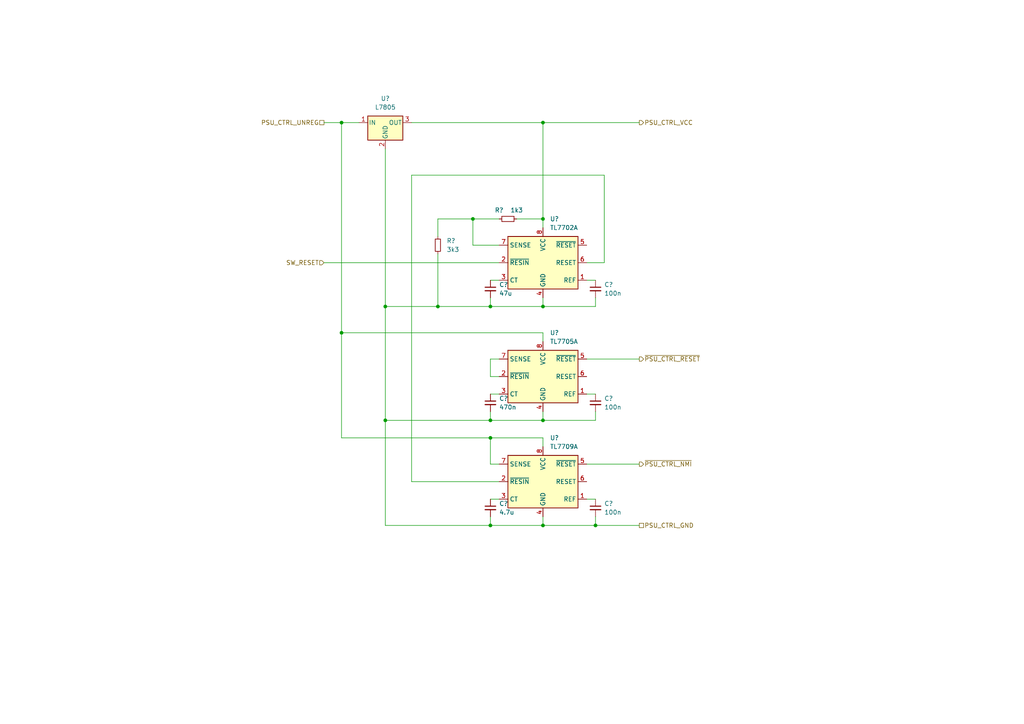
<source format=kicad_sch>
(kicad_sch (version 20211123) (generator eeschema)
  (paper "A4")
  (lib_symbols
    (symbol "Device:C_Small" (pin_numbers hide) (pin_names (offset 0.254) hide)
      (property "Reference" "C" (at 0.254 1.778 0))
      (property "Value" "C_Small" (at 0.254 -2.032 0))
      (symbol "C_Small_0_1"
        (polyline (pts (xy -1.524 -0.508) (xy 1.524 -0.508)) (stroke (width 0.3302)))
        (polyline (pts (xy -1.524 0.508) (xy 1.524 0.508)) (stroke (width 0.3048)))
      )
      (symbol "C_Small_1_1"
        (pin passive line (at 0 2.54 270) (length 2.032) (name "~") (number "1"))
        (pin passive line (at 0 -2.54 90) (length 2.032) (name "~") (number "2"))
      )
    )
    (symbol "Device:R_Small" (pin_numbers hide) (pin_names (offset 0.254) hide)
      (property "Reference" "R" (at 0.762 0.508 0))
      (property "Value" "R_Small" (at 0.762 -1.016 0))
      (symbol "R_Small_0_1"
        (rectangle (start -0.762 1.778) (end 0.762 -1.778) (stroke (width 0.2032)))
      )
      (symbol "R_Small_1_1"
        (pin passive line (at 0 2.54 270) (length 0.762) (name "~") (number "1"))
        (pin passive line (at 0 -2.54 90) (length 0.762) (name "~") (number "2"))
      )
    )
    (symbol "Power_Supervisor:TL7702A"
      (property "Reference" "U" (at -8.89 8.89 0))
      (property "Value" "TL7702A" (at 10.16 8.89 0))
      (symbol "TL7702A_0_1"
        (rectangle (start -10.16 7.62) (end 10.16 -7.62) (stroke (width 0.254)) (fill (type background)))
      )
      (symbol "TL7702A_1_1"
        (pin output line (at 12.7 -5.08 180) (length 2.54) (name "REF") (number "1"))
        (pin input line (at -12.7 0 0) (length 2.54) (name "~{RESIN}") (number "2"))
        (pin passive line (at -12.7 -5.08 0) (length 2.54) (name "CT") (number "3"))
        (pin power_in line (at 0 -10.16 90) (length 2.54) (name "GND") (number "4"))
        (pin open_collector line (at 12.7 5.08 180) (length 2.54) (name "~{RESET}") (number "5"))
        (pin open_collector line (at 12.7 0 180) (length 2.54) (name "RESET") (number "6"))
        (pin input line (at -12.7 5.08 0) (length 2.54) (name "SENSE") (number "7"))
        (pin power_in line (at 0 10.16 270) (length 2.54) (name "VCC") (number "8"))
      )
    )
    (symbol "Power_Supervisor:TL7705A"
      (property "Reference" "U" (at -8.89 8.89 0))
      (property "Value" "TL7705A" (at 10.16 8.89 0))
      (symbol "TL7705A_0_1"
        (rectangle (start -10.16 7.62) (end 10.16 -7.62) (stroke (width 0.254)) (fill (type background)))
      )
      (symbol "TL7705A_1_1"
        (pin output line (at 12.7 -5.08 180) (length 2.54) (name "REF") (number "1"))
        (pin input line (at -12.7 0 0) (length 2.54) (name "~{RESIN}") (number "2"))
        (pin passive line (at -12.7 -5.08 0) (length 2.54) (name "CT") (number "3"))
        (pin power_in line (at 0 -10.16 90) (length 2.54) (name "GND") (number "4"))
        (pin open_collector line (at 12.7 5.08 180) (length 2.54) (name "~{RESET}") (number "5"))
        (pin open_collector line (at 12.7 0 180) (length 2.54) (name "RESET") (number "6"))
        (pin input line (at -12.7 5.08 0) (length 2.54) (name "SENSE") (number "7"))
        (pin power_in line (at 0 10.16 270) (length 2.54) (name "VCC") (number "8"))
      )
    )
    (symbol "Power_Supervisor:TL7709A"
      (property "Reference" "U" (at -8.89 8.89 0))
      (property "Value" "TL7709A" (at 10.16 8.89 0))
      (symbol "TL7709A_0_1"
        (rectangle (start -10.16 7.62) (end 10.16 -7.62) (stroke (width 0.254)) (fill (type background)))
      )
      (symbol "TL7709A_1_1"
        (pin output line (at 12.7 -5.08 180) (length 2.54) (name "REF") (number "1"))
        (pin input line (at -12.7 0 0) (length 2.54) (name "~{RESIN}") (number "2"))
        (pin passive line (at -12.7 -5.08 0) (length 2.54) (name "CT") (number "3"))
        (pin power_in line (at 0 -10.16 90) (length 2.54) (name "GND") (number "4"))
        (pin open_collector line (at 12.7 5.08 180) (length 2.54) (name "~{RESET}") (number "5"))
        (pin open_collector line (at 12.7 0 180) (length 2.54) (name "RESET") (number "6"))
        (pin input line (at -12.7 5.08 0) (length 2.54) (name "SENSE") (number "7"))
        (pin power_in line (at 0 10.16 270) (length 2.54) (name "VCC") (number "8"))
      )
    )
    (symbol "Regulator_Linear:L7805" (pin_names (offset 0.254))
      (property "Reference" "U" (at -3.81 3.175 0))
      (property "Value" "L7805" (at 0 3.175 0))
      (symbol "L7805_0_1"
        (rectangle (start -5.08 1.905) (end 5.08 -5.08) (stroke (width 0.254)) (fill (type background)))
      )
      (symbol "L7805_1_1"
        (pin power_in line (at -7.62 0 0) (length 2.54) (name "IN") (number "1"))
        (pin power_in line (at 0 -7.62 90) (length 2.54) (name "GND") (number "2"))
        (pin power_out line (at 7.62 0 180) (length 2.54) (name "OUT") (number "3"))
      )
    )
  )
  (junction (at 99.06 96.52))
  (junction (at 157.48 88.9))
  (junction (at 172.72 152.4))
  (junction (at 111.76 88.9))
  (junction (at 142.24 152.4))
  (junction (at 157.48 152.4))
  (junction (at 127 88.9))
  (junction (at 157.48 35.56))
  (junction (at 137.16 63.5))
  (junction (at 142.24 88.9))
  (junction (at 111.76 121.92))
  (junction (at 142.24 121.92))
  (junction (at 99.06 35.56))
  (junction (at 157.48 63.5))
  (junction (at 142.24 127))
  (junction (at 157.48 121.92))
  (wire (pts (xy 157.48 35.56) (xy 185.42 35.56)))
  (wire (pts (xy 142.24 152.4) (xy 157.48 152.4)))
  (wire (pts (xy 144.78 104.14) (xy 142.24 104.14)))
  (wire (pts (xy 142.24 114.3) (xy 144.78 114.3)))
  (wire (pts (xy 142.24 86.36) (xy 142.24 88.9)))
  (wire (pts (xy 111.76 88.9) (xy 127 88.9)))
  (wire (pts (xy 99.06 35.56) (xy 93.98 35.56)))
  (wire (pts (xy 142.24 121.92) (xy 157.48 121.92)))
  (wire (pts (xy 99.06 96.52) (xy 157.48 96.52)))
  (wire (pts (xy 104.14 35.56) (xy 99.06 35.56)))
  (wire (pts (xy 119.38 50.8) (xy 119.38 139.7)))
  (wire (pts (xy 142.24 127) (xy 157.48 127)))
  (wire (pts (xy 142.24 119.38) (xy 142.24 121.92)))
  (wire (pts (xy 142.24 104.14) (xy 142.24 109.22)))
  (wire (pts (xy 157.48 127) (xy 157.48 129.54)))
  (wire (pts (xy 99.06 127) (xy 142.24 127)))
  (wire (pts (xy 137.16 63.5) (xy 127 63.5)))
  (wire (pts (xy 119.38 35.56) (xy 157.48 35.56)))
  (wire (pts (xy 127 88.9) (xy 142.24 88.9)))
  (wire (pts (xy 142.24 149.86) (xy 142.24 152.4)))
  (wire (pts (xy 157.48 149.86) (xy 157.48 152.4)))
  (wire (pts (xy 170.18 144.78) (xy 172.72 144.78)))
  (wire (pts (xy 185.42 152.4) (xy 172.72 152.4)))
  (wire (pts (xy 172.72 152.4) (xy 157.48 152.4)))
  (wire (pts (xy 185.42 104.14) (xy 170.18 104.14)))
  (wire (pts (xy 111.76 121.92) (xy 111.76 152.4)))
  (wire (pts (xy 127 73.66) (xy 127 88.9)))
  (wire (pts (xy 149.86 63.5) (xy 157.48 63.5)))
  (wire (pts (xy 119.38 139.7) (xy 144.78 139.7)))
  (wire (pts (xy 142.24 109.22) (xy 144.78 109.22)))
  (wire (pts (xy 111.76 88.9) (xy 111.76 121.92)))
  (wire (pts (xy 144.78 71.12) (xy 137.16 71.12)))
  (wire (pts (xy 157.48 66.04) (xy 157.48 63.5)))
  (wire (pts (xy 142.24 88.9) (xy 157.48 88.9)))
  (wire (pts (xy 93.98 76.2) (xy 144.78 76.2)))
  (wire (pts (xy 172.72 86.36) (xy 172.72 88.9)))
  (wire (pts (xy 170.18 114.3) (xy 172.72 114.3)))
  (wire (pts (xy 144.78 134.62) (xy 142.24 134.62)))
  (wire (pts (xy 170.18 81.28) (xy 172.72 81.28)))
  (wire (pts (xy 157.48 86.36) (xy 157.48 88.9)))
  (wire (pts (xy 144.78 63.5) (xy 137.16 63.5)))
  (wire (pts (xy 99.06 35.56) (xy 99.06 96.52)))
  (wire (pts (xy 172.72 88.9) (xy 157.48 88.9)))
  (wire (pts (xy 157.48 35.56) (xy 157.48 63.5)))
  (wire (pts (xy 142.24 152.4) (xy 111.76 152.4)))
  (wire (pts (xy 111.76 121.92) (xy 142.24 121.92)))
  (wire (pts (xy 142.24 81.28) (xy 144.78 81.28)))
  (wire (pts (xy 99.06 96.52) (xy 99.06 127)))
  (wire (pts (xy 157.48 96.52) (xy 157.48 99.06)))
  (wire (pts (xy 172.72 119.38) (xy 172.72 121.92)))
  (wire (pts (xy 170.18 76.2) (xy 175.26 76.2)))
  (wire (pts (xy 157.48 119.38) (xy 157.48 121.92)))
  (wire (pts (xy 172.72 121.92) (xy 157.48 121.92)))
  (wire (pts (xy 175.26 76.2) (xy 175.26 50.8)))
  (wire (pts (xy 172.72 149.86) (xy 172.72 152.4)))
  (wire (pts (xy 142.24 127) (xy 142.24 134.62)))
  (wire (pts (xy 142.24 144.78) (xy 144.78 144.78)))
  (wire (pts (xy 175.26 50.8) (xy 119.38 50.8)))
  (wire (pts (xy 185.42 134.62) (xy 170.18 134.62)))
  (wire (pts (xy 127 63.5) (xy 127 68.58)))
  (wire (pts (xy 111.76 43.18) (xy 111.76 88.9)))
  (wire (pts (xy 137.16 63.5) (xy 137.16 71.12)))
  (hierarchical_label "~{PSU_CTRL_RESET}" (shape output) (at 185.42 104.14 0))
  (hierarchical_label "PSU_CTRL_VCC" (shape output) (at 185.42 35.56 0))
  (hierarchical_label "PSU_CTRL_UNREG" (shape passive) (at 93.98 35.56 180))
  (hierarchical_label "~{PSU_CTRL_NMI}" (shape output) (at 185.42 134.62 0))
  (hierarchical_label "PSU_CTRL_GND" (shape passive) (at 185.42 152.4 0))
  (hierarchical_label "SW_RESET" (shape input) (at 93.98 76.2 180))
  (symbol (lib_id "Regulator_Linear:L7805") (at 111.76 35.56 0) (unit 1)
    (property "Reference" "U?" (at 111.76 28.575 0))
    (property "Value" "L7805" (at 111.76 31.115 0))
    (property "Datasheet" "http://www.st.com/content/ccc/resource/technical/document/datasheet/41/4f/b3/b0/12/d4/47/88/CD00000444.pdf/files/CD00000444.pdf/jcr:content/translations/en.CD00000444.pdf" (effects hide))
  )
  (symbol (lib_id "Power_Supervisor:TL7705A") (at 157.48 109.22 0) (unit 1)
    (property "Reference" "U?" (at 159.4994 96.52 0) (effects (justify left)))
    (property "Value" "TL7705A" (at 159.4994 99.06 0) (effects (justify left)))
    (property "Datasheet" "http://www.ti.com.cn/cn/lit/ds/symlink/tl7705a.pdf" (effects hide))
  )
  (symbol (lib_id "Device:C_Small") (at 142.24 147.32 0) (unit 1)
    (property "Reference" "C?" (at 144.78 146.0562 0) (effects (justify left)))
    (property "Value" "4.7u" (at 144.78 148.5962 0) (effects (justify left)))
  )
  (symbol (lib_id "Power_Supervisor:TL7709A") (at 157.48 139.7 0) (unit 1)
    (property "Reference" "U?" (at 159.4994 127 0) (effects (justify left)))
    (property "Value" "TL7709A" (at 159.4994 129.54 0) (effects (justify left)))
    (property "Datasheet" "http://www.ti.com.cn/cn/lit/ds/symlink/tl7705a.pdf" (effects hide))
  )
  (symbol (lib_id "Device:C_Small") (at 142.24 116.84 0) (unit 1)
    (property "Reference" "C?" (at 144.78 115.5762 0) (effects (justify left)))
    (property "Value" "470n" (at 144.78 118.1162 0) (effects (justify left)))
  )
  (symbol (lib_id "Device:C_Small") (at 172.72 116.84 0) (unit 1)
    (property "Reference" "C?" (at 175.26 115.5762 0) (effects (justify left)))
    (property "Value" "100n" (at 175.26 118.1162 0) (effects (justify left)))
  )
  (symbol (lib_id "Device:C_Small") (at 142.24 83.82 0) (unit 1)
    (property "Reference" "C?" (at 144.78 82.5562 0) (effects (justify left)))
    (property "Value" "47u" (at 144.78 85.0962 0) (effects (justify left)))
  )
  (symbol (lib_id "Device:R_Small") (at 147.32 63.5 90) (unit 1)
    (property "Reference" "R?" (at 144.78 60.96 90))
    (property "Value" "1k3" (at 149.86 60.96 90))
  )
  (symbol (lib_id "Device:C_Small") (at 172.72 83.82 0) (unit 1)
    (property "Reference" "C?" (at 175.26 82.5562 0) (effects (justify left)))
    (property "Value" "100n" (at 175.26 85.0962 0) (effects (justify left)))
  )
  (symbol (lib_id "Device:C_Small") (at 172.72 147.32 0) (unit 1)
    (property "Reference" "C?" (at 175.26 146.0562 0) (effects (justify left)))
    (property "Value" "100n" (at 175.26 148.5962 0) (effects (justify left)))
  )
  (symbol (lib_id "Device:R_Small") (at 127 71.12 0) (unit 1)
    (property "Reference" "R?" (at 129.54 69.8499 0) (effects (justify left)))
    (property "Value" "3k3" (at 129.54 72.3899 0) (effects (justify left)))
  )
  (symbol (lib_id "Power_Supervisor:TL7702A") (at 157.48 76.2 0) (unit 1)
    (property "Reference" "U?" (at 159.4994 63.5 0) (effects (justify left)))
    (property "Value" "TL7702A" (at 159.4994 66.04 0) (effects (justify left)))
    (property "Datasheet" "http://www.ti.com.cn/cn/lit/ds/symlink/tl7705a.pdf" (effects hide))
  )
)
</source>
